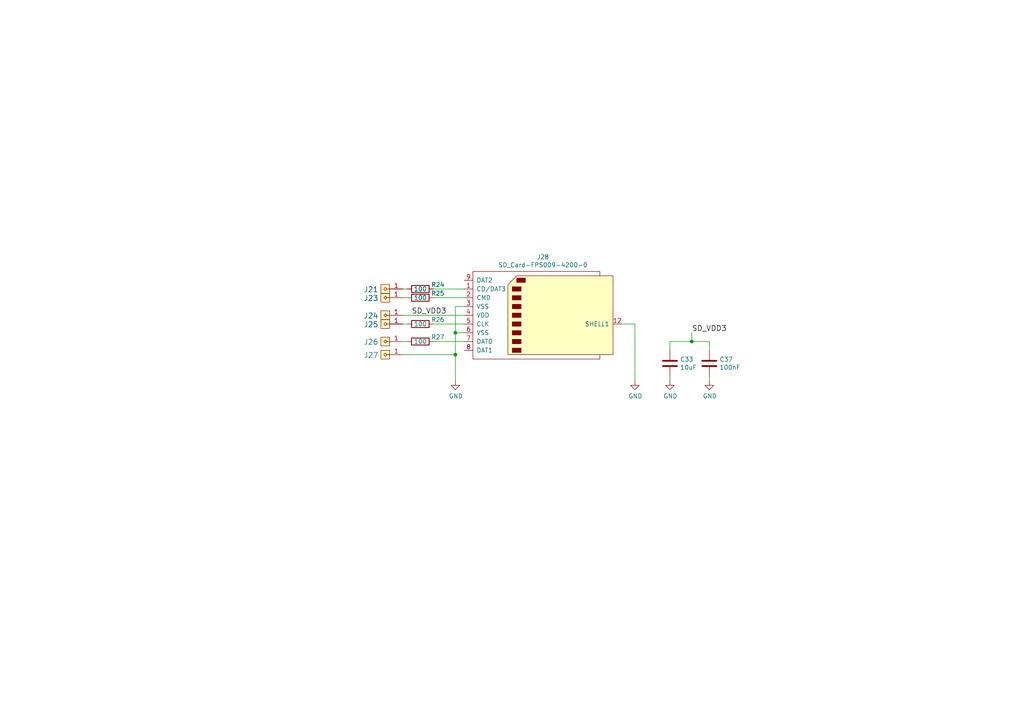
<source format=kicad_sch>
(kicad_sch (version 20210621) (generator eeschema)
  (paper "A4")
  (lib_symbols
    (symbol "MLAB_CONNECTORS:SD_Card-FPS009-4200-0" (pin_names (offset 1.016))
      (property "Reference" "J" (at -16.51 13.97 0))
      (property "Value" "SD_Card-FPS009-4200-0" (at 15.24 -13.97 0))
      (symbol "SD_Card-FPS009-4200-0_0_1"
        (rectangle (start -8.89 -9.525) (end -6.35 -10.795) (fill (type outline)))
        (rectangle (start -8.89 -6.985) (end -6.35 -8.255) (fill (type outline)))
        (rectangle (start -8.89 -4.445) (end -6.35 -5.715) (fill (type outline)))
        (rectangle (start -8.89 -1.905) (end -6.35 -3.175) (fill (type outline)))
        (rectangle (start -8.89 0.635) (end -6.35 -0.635) (fill (type outline)))
        (rectangle (start -8.89 3.175) (end -6.35 1.905) (fill (type outline)))
        (rectangle (start -8.89 5.715) (end -6.35 4.445) (fill (type outline)))
        (rectangle (start -8.89 8.255) (end -6.35 6.985) (fill (type outline)))
        (rectangle (start -7.62 10.795) (end -5.08 9.525) (fill (type outline)))
        (polyline (pts (xy 16.51 11.43) (xy 16.51 12.7) (xy -20.32 12.7) (xy -20.32 -12.7) (xy 16.51 -12.7) (xy 16.51 -11.43)))
        (polyline (pts (xy -10.16 8.89) (xy -7.62 11.43) (xy 20.32 11.43) (xy 20.32 -11.43) (xy -10.16 -11.43) (xy -10.16 8.89)) (fill (type background)))
      )
      (symbol "SD_Card-FPS009-4200-0_1_1"
        (pin input line (at -22.86 7.62 0) (length 2.54) (name "CD/DAT3") (number "1"))
        (pin input line (at 22.86 -2.54 180) (length 2.54) (name "SHELL1") (number "12"))
        (pin input line (at -22.86 5.08 0) (length 2.54) (name "CMD") (number "2"))
        (pin input line (at -22.86 2.54 0) (length 2.54) (name "VSS") (number "3"))
        (pin input line (at -22.86 0 0) (length 2.54) (name "VDD") (number "4"))
        (pin input line (at -22.86 -2.54 0) (length 2.54) (name "CLK") (number "5"))
        (pin input line (at -22.86 -5.08 0) (length 2.54) (name "VSS") (number "6"))
        (pin input line (at -22.86 -7.62 0) (length 2.54) (name "DAT0") (number "7"))
        (pin input line (at -22.86 -10.16 0) (length 2.54) (name "DAT1") (number "8"))
        (pin input line (at -22.86 10.16 0) (length 2.54) (name "DAT2") (number "9"))
      )
    )
    (symbol "MLAB_HEADER:HEADER_1x01" (pin_names (offset 1.016))
      (property "Reference" "J" (at 0 -2.54 0))
      (property "Value" "HEADER_1x01" (at 0 2.54 0))
      (symbol "HEADER_1x01_0_1"
        (circle (center 0 0) (radius 0.381))
        (rectangle (start -1.27 1.27) (end 1.27 -1.27) (fill (type background)))
        (polyline (pts (xy -1.27 0) (xy -0.381 0)))
      )
      (symbol "HEADER_1x01_1_1"
        (pin input line (at -5.08 0 0) (length 3.81) (name "~") (number "1"))
      )
    )
    (symbol "SPACEDOS02A_PCB01A-rescue:C-device-DATALOGGER01A-rescue-CCP2019V01A-rescue-SPACEDOS01A_PCB01A-rescue-SPACEDOS01B_PCB01A-rescue" (pin_numbers hide) (pin_names (offset 0.254))
      (property "Reference" "C" (at 0.635 2.54 0))
      (property "Value" "C-device-DATALOGGER01A-rescue-CCP2019V01A-rescue-SPACEDOS01A_PCB01A-rescue-SPACEDOS01B_PCB01A-rescue" (at 0.635 -2.54 0))
      (symbol "C-device-DATALOGGER01A-rescue-CCP2019V01A-rescue-SPACEDOS01A_PCB01A-rescue-SPACEDOS01B_PCB01A-rescue_0_1"
        (polyline (pts (xy -2.032 -0.762) (xy 2.032 -0.762)) (stroke (width 0.508)))
        (polyline (pts (xy -2.032 0.762) (xy 2.032 0.762)) (stroke (width 0.508)))
      )
      (symbol "C-device-DATALOGGER01A-rescue-CCP2019V01A-rescue-SPACEDOS01A_PCB01A-rescue-SPACEDOS01B_PCB01A-rescue_1_1"
        (pin passive line (at 0 3.81 270) (length 2.794) (name "~") (number "1"))
        (pin passive line (at 0 -3.81 90) (length 2.794) (name "~") (number "2"))
      )
    )
    (symbol "SPACEDOS02A_PCB01A-rescue:R-device-DATALOGGER01A-rescue-CCP2019V01A-rescue-SPACEDOS01A_PCB01A-rescue-SPACEDOS01B_PCB01A-rescue" (pin_numbers hide) (pin_names (offset 0))
      (property "Reference" "R" (at 2.032 0 90))
      (property "Value" "R-device-DATALOGGER01A-rescue-CCP2019V01A-rescue-SPACEDOS01A_PCB01A-rescue-SPACEDOS01B_PCB01A-rescue" (at 0 0 90))
      (symbol "R-device-DATALOGGER01A-rescue-CCP2019V01A-rescue-SPACEDOS01A_PCB01A-rescue-SPACEDOS01B_PCB01A-rescue_0_1"
        (rectangle (start -1.016 -2.54) (end 1.016 2.54) (stroke (width 0.254)))
      )
      (symbol "R-device-DATALOGGER01A-rescue-CCP2019V01A-rescue-SPACEDOS01A_PCB01A-rescue-SPACEDOS01B_PCB01A-rescue_1_1"
        (pin passive line (at 0 3.81 270) (length 1.27) (name "~") (number "1"))
        (pin passive line (at 0 -3.81 90) (length 1.27) (name "~") (number "2"))
      )
    )
    (symbol "power:GND" (power) (pin_names (offset 0))
      (property "Value" "GND" (at 0 -3.81 0))
      (symbol "GND_0_1"
        (polyline (pts (xy 0 0) (xy 0 -1.27) (xy 1.27 -1.27) (xy 0 -2.54) (xy -1.27 -1.27) (xy 0 -1.27)))
      )
      (symbol "GND_1_1"
        (pin power_in line (at 0 0 270) (length 0) hide (name "GND") (number "1"))
      )
    )
  )
  (junction (at 132.08 96.52))
  (junction (at 132.08 102.87))
  (junction (at 200.66 99.06))
  (wire (pts (xy 116.84 83.82) (xy 118.11 83.82)))
  (wire (pts (xy 116.84 86.36) (xy 118.11 86.36)))
  (wire (pts (xy 116.84 91.44) (xy 134.62 91.44)))
  (wire (pts (xy 116.84 93.98) (xy 118.11 93.98)))
  (wire (pts (xy 116.84 99.06) (xy 118.11 99.06)))
  (wire (pts (xy 116.84 102.87) (xy 132.08 102.87)))
  (wire (pts (xy 125.73 86.36) (xy 134.62 86.36)))
  (wire (pts (xy 125.73 93.98) (xy 134.62 93.98)))
  (wire (pts (xy 132.08 88.9) (xy 132.08 96.52)))
  (wire (pts (xy 132.08 96.52) (xy 132.08 102.87)))
  (wire (pts (xy 132.08 102.87) (xy 132.08 110.49)))
  (wire (pts (xy 134.62 83.82) (xy 125.73 83.82)))
  (wire (pts (xy 134.62 88.9) (xy 132.08 88.9)))
  (wire (pts (xy 134.62 96.52) (xy 132.08 96.52)))
  (wire (pts (xy 134.62 99.06) (xy 125.73 99.06)))
  (wire (pts (xy 180.34 93.98) (xy 184.15 93.98)))
  (wire (pts (xy 184.15 93.98) (xy 184.15 110.49)))
  (wire (pts (xy 194.31 99.06) (xy 194.31 101.6)))
  (wire (pts (xy 194.31 99.06) (xy 200.66 99.06)))
  (wire (pts (xy 194.31 110.49) (xy 194.31 109.22)))
  (wire (pts (xy 200.66 99.06) (xy 200.66 96.52)))
  (wire (pts (xy 200.66 99.06) (xy 205.74 99.06)))
  (wire (pts (xy 205.74 101.6) (xy 205.74 99.06)))
  (wire (pts (xy 205.74 110.49) (xy 205.74 109.22)))
  (label "SD_VDD3" (at 119.38 91.44 0) (effects (font (size 1.524 1.524))))
  (label "SD_VDD3" (at 200.66 96.52 0) (effects (font (size 1.524 1.524))))
  (symbol (lib_id "power:GND") (at 132.08 110.49 0) (unit 1)
    (property "Reference" "#PWR0150" (effects hide))
    (property "Value" "GND" (at 132.207 114.8842 0))
  )
  (symbol (lib_id "power:GND") (at 184.15 110.49 0) (unit 1)
    (property "Reference" "#PWR0142" (effects hide))
    (property "Value" "GND" (at 184.277 114.8842 0))
  )
  (symbol (lib_id "power:GND") (at 194.31 110.49 0) (unit 1)
    (property "Reference" "#PWR0149" (effects hide))
    (property "Value" "GND" (at 194.437 114.8842 0))
  )
  (symbol (lib_id "power:GND") (at 205.74 110.49 0) (unit 1)
    (property "Reference" "#PWR0148" (effects hide))
    (property "Value" "GND" (at 205.867 114.8842 0))
  )
  (symbol (lib_id "MLAB_HEADER:HEADER_1x01") (at 111.76 83.82 180) (unit 1)
    (property "Reference" "J21" (at 109.7788 83.947 0) (effects (font (size 1.524 1.524)) (justify left)))
    (property "Value" "HEADER_1x01" (effects hide))
    (property "Footprint" "Mlab_Pin_Headers:Straight_1x01" (effects hide))
  )
  (symbol (lib_id "MLAB_HEADER:HEADER_1x01") (at 111.76 86.36 180) (unit 1)
    (property "Reference" "J23" (at 109.7788 86.487 0) (effects (font (size 1.524 1.524)) (justify left)))
    (property "Value" "HEADER_1x01" (effects hide))
    (property "Footprint" "Mlab_Pin_Headers:Straight_1x01" (effects hide))
  )
  (symbol (lib_id "MLAB_HEADER:HEADER_1x01") (at 111.76 91.44 180) (unit 1)
    (property "Reference" "J24" (at 109.7788 91.567 0) (effects (font (size 1.524 1.524)) (justify left)))
    (property "Value" "HEADER_1x01" (effects hide))
    (property "Footprint" "Mlab_Pin_Headers:Straight_1x01" (effects hide))
  )
  (symbol (lib_id "MLAB_HEADER:HEADER_1x01") (at 111.76 93.98 180) (unit 1)
    (property "Reference" "J25" (at 109.7788 94.107 0) (effects (font (size 1.524 1.524)) (justify left)))
    (property "Value" "HEADER_1x01" (effects hide))
    (property "Footprint" "Mlab_Pin_Headers:Straight_1x01" (effects hide))
  )
  (symbol (lib_id "MLAB_HEADER:HEADER_1x01") (at 111.76 99.06 180) (unit 1)
    (property "Reference" "J26" (at 109.7788 99.187 0) (effects (font (size 1.524 1.524)) (justify left)))
    (property "Value" "HEADER_1x01" (effects hide))
    (property "Footprint" "Mlab_Pin_Headers:Straight_1x01" (effects hide))
  )
  (symbol (lib_id "MLAB_HEADER:HEADER_1x01") (at 111.76 102.87 180) (unit 1)
    (property "Reference" "J27" (at 109.7788 102.997 0) (effects (font (size 1.524 1.524)) (justify left)))
    (property "Value" "HEADER_1x01" (effects hide))
    (property "Footprint" "Mlab_Pin_Headers:Straight_1x01" (effects hide))
  )
  (symbol (lib_id "SPACEDOS02A_PCB01A-rescue:R-device-DATALOGGER01A-rescue-CCP2019V01A-rescue-SPACEDOS01A_PCB01A-rescue-SPACEDOS01B_PCB01A-rescue") (at 121.92 83.82 90) (unit 1)
    (property "Reference" "R24" (at 127 82.55 90))
    (property "Value" "100" (at 121.92 83.82 90))
    (property "Footprint" "Mlab_R:SMD-0805" (effects hide))
    (property "UST_ID" "5c70984512875079b91f8977" (effects hide))
  )
  (symbol (lib_id "SPACEDOS02A_PCB01A-rescue:R-device-DATALOGGER01A-rescue-CCP2019V01A-rescue-SPACEDOS01A_PCB01A-rescue-SPACEDOS01B_PCB01A-rescue") (at 121.92 86.36 90) (unit 1)
    (property "Reference" "R25" (at 127 85.09 90))
    (property "Value" "100" (at 121.92 86.36 90))
    (property "Footprint" "Mlab_R:SMD-0805" (effects hide))
    (property "UST_ID" "5c70984512875079b91f8977" (effects hide))
  )
  (symbol (lib_id "SPACEDOS02A_PCB01A-rescue:R-device-DATALOGGER01A-rescue-CCP2019V01A-rescue-SPACEDOS01A_PCB01A-rescue-SPACEDOS01B_PCB01A-rescue") (at 121.92 93.98 90) (unit 1)
    (property "Reference" "R26" (at 127 92.71 90))
    (property "Value" "100" (at 121.92 93.98 90))
    (property "Footprint" "Mlab_R:SMD-0805" (effects hide))
    (property "UST_ID" "5c70984512875079b91f8977" (effects hide))
  )
  (symbol (lib_id "SPACEDOS02A_PCB01A-rescue:R-device-DATALOGGER01A-rescue-CCP2019V01A-rescue-SPACEDOS01A_PCB01A-rescue-SPACEDOS01B_PCB01A-rescue") (at 121.92 99.06 90) (unit 1)
    (property "Reference" "R27" (at 127 97.79 90))
    (property "Value" "100" (at 121.92 99.06 90))
    (property "Footprint" "Mlab_R:SMD-0805" (effects hide))
    (property "UST_ID" "5c70984512875079b91f8977" (effects hide))
  )
  (symbol (lib_id "SPACEDOS02A_PCB01A-rescue:C-device-DATALOGGER01A-rescue-CCP2019V01A-rescue-SPACEDOS01A_PCB01A-rescue-SPACEDOS01B_PCB01A-rescue") (at 194.31 105.41 0) (unit 1)
    (property "Reference" "C33" (at 197.231 104.2416 0) (effects (justify left)))
    (property "Value" "10uF" (at 197.231 106.553 0) (effects (justify left)))
    (property "Footprint" "Mlab_R:SMD-0805" (effects hide))
    (property "UST_ID" "5c70984812875079b91f8bbd" (effects hide))
  )
  (symbol (lib_id "SPACEDOS02A_PCB01A-rescue:C-device-DATALOGGER01A-rescue-CCP2019V01A-rescue-SPACEDOS01A_PCB01A-rescue-SPACEDOS01B_PCB01A-rescue") (at 205.74 105.41 0) (unit 1)
    (property "Reference" "C37" (at 208.661 104.2416 0) (effects (justify left)))
    (property "Value" "100nF" (at 208.661 106.553 0) (effects (justify left)))
    (property "Footprint" "Mlab_R:SMD-0805" (effects hide))
    (property "UST_ID" "5c70984712875079b91f8b4c" (effects hide))
  )
  (symbol (lib_id "MLAB_CONNECTORS:SD_Card-FPS009-4200-0") (at 157.48 91.44 0) (unit 1)
    (property "Reference" "J28" (at 157.48 74.549 0))
    (property "Value" "SD_Card-FPS009-4200-0" (at 157.48 76.8604 0))
    (property "Footprint" "Mlab_CON:FPS009-4200-0" (effects hide))
    (property "UST_ID" "5ccfe4d7128750448e45411b" (effects hide))
  )
)
</source>
